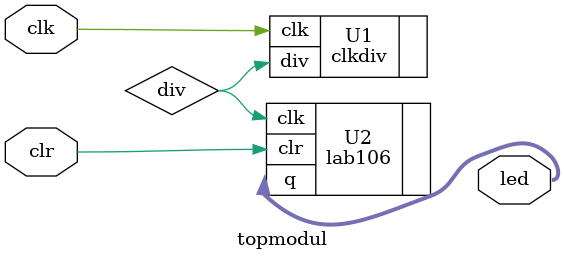
<source format=v>
`timescale 1ns / 1ps
module topmodul(
    input clk, clr,
    output [7:0]led
    );
	 wire div;
	 
	 clkdiv		U1 (.clk(clk), .div(div));
	 lab106	U2 (.clk(div), .clr(clr), .q(led));

endmodule
</source>
